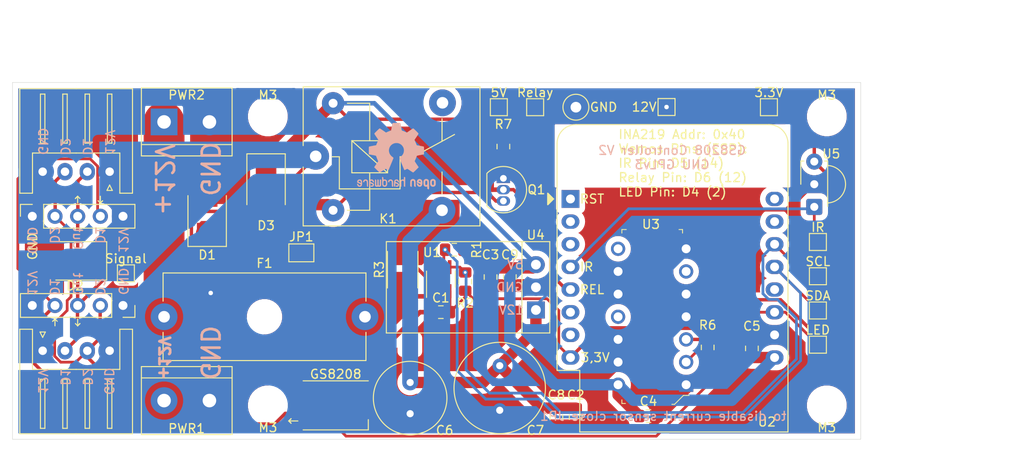
<source format=kicad_pcb>
(kicad_pcb (version 20221018) (generator pcbnew)
  (layers (0 "F.Cu" signal) (31 "B.Cu" signal) (34 "B.Paste" user) (35 "F.Paste" user) (36 "B.SilkS" user "B.Silkscreen") (37 "F.SilkS" user "F.Silkscreen") (38 "B.Mask" user) (39 "F.Mask" user) (44 "Edge.Cuts" user))
  (net 0 "")
  (net 1 "GND")
  (net 2 "+3V3")
  (net 3 "+12V")
  (net 4 "+5V")
  (net 5 "/CurrentSensor/VIN+")
  (net 6 "/LED_Power")
  (net 7 "Net-(D3-Pad2)")
  (net 8 "/Test_LED")
  (net 9 "/Signal_Output")
  (net 10 "Net-(F1-Pad2)")
  (net 11 "/Relay")
  (net 12 "/SDA")
  (net 13 "/SCL")
  (net 14 "Net-(R6-Pad2)")
  (net 15 "/IR_Signal")
  (net 16 "/LED_Signal")
  (net 17 "/LED_Head")
  (net 18 "Net-(GS8208-Pad2)")
  (net 19 "Net-(K1-Pad4)")
  (net 20 "Net-(U2-Pad16)")
  (net 21 "Net-(U2-Pad15)")
  (net 22 "Net-(U2-Pad12)")
  (net 23 "Net-(U2-Pad7)")
  (net 24 "Net-(U2-Pad6)")
  (net 25 "Net-(U2-Pad3)")
  (net 26 "Net-(U2-Pad1)")
  (net 27 "Net-(U2-Pad2)")
  (net 28 "Net-(U3-Pad11)")
  (net 29 "Net-(U3-Pad8)")
  (net 30 "Net-(U3-Pad6)")
  (footprint "Diode_SMD:D_SMB" (layer "F.Cu") (at 66.802 84.836 90)
    (fp_text reference "D1")
    (fp_text value "SS24")
  )
  (footprint "Diode_SMD:D_SMB" (layer "F.Cu") (at 52 90 180)
    (fp_text reference "D2")
    (fp_text value "SS24")
  )
  (footprint "Fuse:Fuseholder_Cylinder-5x20mm_Schurter_0031_8201_Horizontal_Open" (layer "F.Cu") (at 84.476 96.266 180)
    (fp_text reference "F1")
    (fp_text value "Fuse")
  )
  (footprint "Connector_JST:JST_XH_S4B-XH-A_1x04_P2.50mm_Horizontal" (layer "F.Cu") (at 48.38 100.076)
    (fp_text reference "LED_Conn1" hide)
    (fp_text value "Conn_01x04")
  )
  (footprint "TerminalBlock:TerminalBlock_bornier-2_P5.08mm" (layer "F.Cu") (at 67.056 105.664 180)
    (fp_text reference "PWR1")
    (fp_text value "Conn_01x02")
  )
  (footprint "TerminalBlock:TerminalBlock_bornier-2_P5.08mm" (layer "F.Cu") (at 61.976 74.422)
    (fp_text reference "PWR2")
    (fp_text value "Conn_01x02")
  )
  (footprint "TestPoint:TestPoint_Pad_1.5x1.5mm" (layer "F.Cu") (at 57.7 91.4)
    (fp_text reference "Signal1" hide)
    (fp_text value "Out_Sig")
  )
  (footprint "Connector_PinSocket_2.54mm:PinSocket_1x05_P2.54mm_Vertical" (layer "F.Cu") (at 47.22 85 90)
    (fp_text reference "J1" hide)
    (fp_text value "LED_Head1")
  )
  (footprint "Connector_PinSocket_2.54mm:PinSocket_1x05_P2.54mm_Vertical" (layer "F.Cu") (at 57.38 95 -90)
    (fp_text reference "J2" hide)
    (fp_text value "LED_Head2")
  )
  (footprint "MountingHole:MountingHole_3.2mm_M3" (layer "F.Cu") (at 73.6 106.2)
    (fp_text reference "REF**" hide)
    (fp_text value "MountingHole_3.2mm_M3" hide)
  )
  (footprint "MountingHole:MountingHole_3.2mm_M3" (layer "F.Cu") (at 73.6 73.8)
    (fp_text reference "REF**" hide)
    (fp_text value "MountingHole_3.2mm_M3" hide)
  )
  (footprint "DD4012S:DD4012S" (layer "F.Cu") (at 105.171 93.004 90)
    (fp_text reference "U4")
    (fp_text value "DD4012SB_5V")
  )
  (footprint "Module:WEMOS_D1_mini_light" (layer "F.Cu") (at 107.49 83.058)
    (fp_text reference "U2")
    (fp_text value "WeMos_D1_mini")
  )
  (footprint "Package_TO_SOT_SMD:SOT-23-8_Handsoldering" (layer "F.Cu") (at 92.98 92.05 90)
    (fp_text reference "U1")
    (fp_text value "INA219AxD")
  )
  (footprint "digikey-footprints:DIP-14_W3mm" (layer "F.Cu") (at 120.444 103.886 180)
    (fp_text reference "U3")
    (fp_text value "SN74AHCT125N")
  )
  (footprint "TestPoint:TestPoint_Pad_1.5x1.5mm" (layer "F.Cu") (at 99.468 72.771)
    (fp_text reference "5V1" hide)
    (fp_text value "+5V")
  )
  (footprint "Resistor_SMD:R_2512_6332Metric_Pad1.52x3.35mm_HandSolder" (layer "F.Cu") (at 88.7 90.9875 90)
    (fp_text reference "R3")
    (fp_text value "0.1R")
  )
  (footprint "Resistor_SMD:R_0805_2012Metric_Pad1.15x1.40mm_HandSolder" (layer "F.Cu") (at 99.976 77.183 -90)
    (fp_text reference "R7")
    (fp_text value "10k")
  )
  (footprint "Package_TO_SOT_THT:TO-92_Inline" (layer "F.Cu") (at 99.976 80.748 -90)
    (fp_text reference "Q1")
    (fp_text value "2N7000")
  )
  (footprint "Resistor_SMD:R_0805_2012Metric_Pad1.15x1.40mm_HandSolder" (layer "F.Cu") (at 122.857 99.704 90)
    (fp_text reference "R6")
    (fp_text value "62R")
  )
  (footprint "TestPoint:TestPoint_Pad_1.5x1.5mm" (layer "F.Cu") (at 129.715 72.771)
    (fp_text reference "3.3V1" hide)
    (fp_text value "+3.3V")
  )
  (footprint "TestPoint:TestPoint_Pad_1.5x1.5mm" (layer "F.Cu") (at 118.25 72.75)
    (fp_text reference "12V1" hide)
    (fp_text value "+12V")
  )
  (footprint "Resistor_SMD:R_0805_2012Metric_Pad1.15x1.40mm_HandSolder" (layer "F.Cu") (at 95.7 92.325 90)
    (fp_text reference "R2")
    (fp_text value "10k")
  )
  (footprint "MountingHole:MountingHole_3.2mm_M3" (layer "F.Cu") (at 136.2 106.2)
    (fp_text reference "REF**" hide)
    (fp_text value "MountingHole_3.2mm_M3" hide)
  )
  (footprint "TestPoint:TestPoint_Pad_1.5x1.5mm" (layer "F.Cu") (at 135.2 91.722666)
    (fp_text reference "SCL1" hide)
    (fp_text value "SCL")
  )
  (footprint "TestPoint:TestPoint_Pad_1.5x1.5mm" (layer "F.Cu") (at 103.534 72.771)
    (fp_text reference "Relay1" hide)
    (fp_text value "Relay")
  )
  (footprint "Diode_SMD:D_SMB" (layer "F.Cu") (at 73.4 81.55 -90)
    (fp_text reference "D3")
    (fp_text value "SS24")
  )
  (footprint "TestPoint:TestPoint_THTPad_D2.5mm_Drill1.2mm" (layer "F.Cu") (at 108.1 72.771)
    (fp_text reference "GND1" hide)
    (fp_text value "GND")
  )
  (footprint "TestPoint:TestPoint_Pad_1.5x1.5mm" (layer "F.Cu") (at 135.2 99.4)
    (fp_text reference "LED1" hide)
    (fp_text value "LED_Sig")
  )
  (footprint "TestPoint:TestPoint_Pad_1.5x1.5mm" (layer "F.Cu") (at 135.2 87.884)
    (fp_text reference "IR1" hide)
    (fp_text value "IR")
  )
  (footprint "Capacitor_SMD:C_0805_2012Metric_Pad1.15x1.40mm_HandSolder" (layer "F.Cu") (at 92.975 95.75 180)
    (fp_text reference "C1")
    (fp_text value "100n")
  )
  (footprint "Jumper:SolderJumper-2_P1.3mm_Open_Pad1.0x1.5mm" (layer "F.Cu") (at 77.35 89.1)
    (fp_text reference "JP1")
    (fp_text value "CB")
  )
  (footprint "GS8208:GS8208" (layer "F.Cu") (at 81.2 106.2)
    (fp_text reference "GS8208")
    (fp_text value "GS8208")
  )
  (footprint "Capacitor_SMD:C_0805_2012Metric_Pad1.15x1.40mm_HandSolder" (layer "F.Cu") (at 108.074 107.533 -90)
    (fp_text reference "C2")
    (fp_text value "100n")
  )
  (footprint "Capacitor_SMD:C_0805_2012Metric_Pad1.15x1.40mm_HandSolder" (layer "F.Cu") (at 98.541 91.812 -90)
    (fp_text reference "C3")
    (fp_text value "100n")
  )
  (footprint "Capacitor_SMD:C_0805_2012Metric_Pad1.15x1.40mm_HandSolder" (layer "F.Cu") (at 127.81 99.813 90)
    (fp_text reference "C5")
    (fp_text value "100n")
  )
  (footprint "Capacitor_SMD:C_0805_2012Metric_Pad1.15x1.40mm_HandSolder" (layer "F.Cu") (at 105.915 107.533 -90)
    (fp_text reference "C8")
    (fp_text value "1u")
  )
  (footprint "Relay_THT:Relay_SPDT_SANYOU_SRD_Series_Form_C" (layer "F.Cu") (at 78.956 78.278)
    (fp_text reference "K1")
    (fp_text value "SRD-05VDC-SL-C")
  )
  (footprint "Capacitor_SMD:C_0805_2012Metric_Pad1.15x1.40mm_HandSolder" (layer "F.Cu") (at 116.225 107.4)
    (fp_text reference "C4")
    (fp_text value "100n")
  )
  (footprint "Capacitor_SMD:C_0805_2012Metric_Pad1.15x1.40mm_HandSolder" (layer "F.Cu") (at 100.7 91.812 -90)
    (fp_text reference "C9")
    (fp_text value "1u")
  )
  (footprint "MountingHole:MountingHole_3.2mm_M3" (layer "F.Cu") (at 136.2 73.8)
    (fp_text reference "REF**" hide)
    (fp_text value "MountingHole_3.2mm_M3" hide)
  )
  (footprint "Capacitor_THT:C_Radial_D8.0mm_H11.5mm_P3.50mm" (layer "F.Cu") (at 89.535 103.634 -90)
    (fp_text reference "C6")
    (fp_text value "270u")
  )
  (footprint "Capacitor_THT:C_Radial_D10.0mm_H20.0mm_P5.00mm" (layer "F.Cu") (at 99.568 101.753 -90)
    (fp_text reference "C7")
    (fp_text value "1500u")
  )
  (footprint "Resistor_SMD:R_0805_2012Metric_Pad1.15x1.40mm_HandSolder" (layer "F.Cu") (at 94.475 88.75 180)
    (fp_text reference "R1")
    (fp_text value "10k")
  )
  (footprint "TestPoint:TestPoint_Pad_1.5x1.5mm" (layer "F.Cu") (at 135.2 95.561332)
    (fp_text reference "SDA1" hide)
    (fp_text value "SDA")
  )
  (footprint "Connector_JST:JST_XH_S4B-XH-A_1x04_P2.50mm_Horizontal" (layer "F.Cu") (at 55.88 80 180)
    (fp_text reference "LED_Conn2" hide)
    (fp_text value "Conn_01x04")
  )
  (footprint "OptoDevice:Vishay_MINICAST-3Pin" (layer "F.Cu") (at 134.795 83.947 90)
    (fp_text reference "U5")
    (fp_text value "TSOP382xx")
  )
  (footprint "Symbol:OSHW-Logo2_9.8x8mm_SilkScreen" (layer "B.Cu") (at 88 78.25 180)
    (fp_text reference "REF**" hide)
    (fp_text value "OSHW-Logo2_9.8x8mm_SilkScreen" hide)
  )
  (gr_line (start 76.2 107.696) (end 75.946 107.95) (stroke (width 0.12)) (layer "F.SilkS"))
  (gr_line (start 76.2 108.204) (end 75.946 107.95) (stroke (width 0.12)) (layer "F.SilkS"))
  (gr_line (start 75.946 107.95) (end 76.2 108.204) (stroke (width 0.12)) (layer "F.SilkS"))
  (gr_line (start 52.5526 97.028) (end 52.2986 97.282) (stroke (width 0.12)) (layer "F.SilkS"))
  (gr_line (start 52.0446 97.028) (end 52.2986 97.282) (stroke (width 0.12)) (layer "F.SilkS"))
  (gr_line (start 49.504601 96.774) (end 49.7586 96.52) (stroke (width 0.12)) (layer "F.SilkS"))
  (gr_line (start 50.0126 96.773999) (end 49.7586 96.52) (stroke (width 0.12)) (layer "F.SilkS"))
  (gr_line (start 49.7586 97.282) (end 49.7586 96.52) (stroke (width 0.12)) (layer "F.SilkS"))
  (gr_line (start 49.7586 96.52) (end 49.504601 96.774) (stroke (width 0.12)) (layer "F.SilkS"))
  (gr_line (start 55.0926 83.2612) (end 54.8386 83.5152) (stroke (width 0.12)) (layer "F.SilkS"))
  (gr_line (start 54.5846 83.2612) (end 54.8386 83.5152) (stroke (width 0.12)) (layer "F.SilkS"))
  (gr_line (start 54.8386 82.7532) (end 54.8386 83.5152) (stroke (width 0.12)) (layer "F.SilkS"))
  (gr_line (start 54.8386 83.5152) (end 55.0926 83.2612) (stroke (width 0.12)) (layer "F.SilkS"))
  (gr_line (start 52.2986 82.7532) (end 52.044601 83.0072) (stroke (width 0.12)) (layer "F.SilkS"))
  (gr_line (start 52.044601 83.0072) (end 52.2986 82.7532) (stroke (width 0.12)) (layer "F.SilkS"))
  (gr_line (start 52.5526 83.007199) (end 52.2986 82.7532) (stroke (width 0.12)) (layer "F.SilkS"))
  (gr_line (start 52.2986 83.5152) (end 52.2986 82.7532) (stroke (width 0.12)) (layer "F.SilkS"))
  (gr_line (start 76.962 107.95) (end 75.946 107.95) (stroke (width 0.12)) (layer "F.SilkS"))
  (gr_line (start 52.2986 97.282) (end 52.5526 97.028) (stroke (width 0.12)) (layer "F.SilkS"))
  (gr_line (start 75.946 107.95) (end 76.2 107.696) (stroke (width 0.12)) (layer "F.SilkS"))
  (gr_line (start 52.2986 96.52) (end 52.2986 97.282) (stroke (width 0.12)) (layer "F.SilkS"))
  (gr_line (start 140 110) (end 45 110) (stroke (width 0.05)) (layer "Edge.Cuts"))
  (gr_line (start 140 70) (end 140 110) (stroke (width 0.05)) (layer "Edge.Cuts"))
  (gr_line (start 45 70) (end 140 70) (stroke (width 0.05)) (layer "Edge.Cuts"))
  (gr_line (start 45 70) (end 45 110) (stroke (width 0.05)) (layer "Edge.Cuts"))
  (gr_text "12V" (at 57.4 87.7 -90) (layer "B.SilkS") (effects (font (size 1 1)) (justify mirror)))
  (gr_text "GND" (at 48.4 76.6 270) (layer "B.SilkS") (effects (font (size 1 1)) (justify mirror)))
  (gr_text "12V" (at 48.4 103.5 -90) (layer "B.SilkS") (effects (font (size 1 1)) (justify mirror)))
  (gr_text "GND" (at 67.1 100.3 -90) (layer "B.SilkS") (effects (font (size 2 2) (thickness 0.3)) (justify mirror)))
  (gr_text "D1" (at 53.4 77.2 270) (layer "B.SilkS") (effects (font (size 1 1)) (justify mirror)))
  (gr_text "D2" (at 50.9 77.2 270) (layer "B.SilkS") (effects (font (size 1 1)) (justify mirror)))
  (gr_text "Out" (at 52.3 92.6 -90) (layer "B.SilkS") (effects (font (size 1 1)) (justify mirror)))
  (gr_text "D1" (at 49.7 92.9 -90) (layer "B.SilkS") (effects (font (size 1 1)) (justify mirror)))
  (gr_text "12V" (at 47.2 92.5 270) (layer "B.SilkS") (effects (font (size 1 1)) (justify mirror)))
  (gr_text "+12V" (at 62 100.9 -90) (layer "B.SilkS") (effects (font (size 1.2 1.2) (thickness 0.3)) (justify mirror)))
  (gr_text "12V" (at 55.9 76.7 -90) (layer "B.SilkS") (effects (font (size 1 1)) (justify mirror)))
  (gr_text "GND" (at 57.4 92.3 -90) (layer "B.SilkS") (effects (font (size 1 1)) (justify mirror)))
  (gr_text "12V" (at 100.8634 95.504) (layer "B.SilkS") (effects (font (size 1 1)) (justify mirror)))
  (gr_text "GND" (at 47.2 87.7 270) (layer "B.SilkS") (effects (font (size 1 1)) (justify mirror)))
  (gr_text "D2" (at 49.7 87.1 -90) (layer "B.SilkS") (effects (font (size 1 1)) (justify mirror)))
  (gr_text "D2" (at 53.4 103 -90) (layer "B.SilkS") (effects (font (size 1 1)) (justify mirror)))
  (gr_text "GND" (at 100.711 92.964) (layer "B.SilkS") (effects (font (size 1 1)) (justify mirror)))
  (gr_text "D1" (at 50.9 103 -90) (layer "B.SilkS") (effects (font (size 1 1)) (justify mirror)))
  (gr_text "D1" (at 54.8 87.1 270) (layer "B.SilkS") (effects (font (size 1 1)) (justify mirror)))
  (gr_text "+12V" (at 62 80.9 -90) (layer "B.SilkS") (effects (font (size 2 2) (thickness 0.3)) (justify mirror)))
  (gr_text "5V" (at 101.3206 90.424) (layer "B.SilkS") (effects (font (size 1 1)) (justify mirror)))
  (gr_text "GS8208 Controller V2\nGNU GPLv3" (at 118.872 78.4098) (layer "B.SilkS") (effects (font (size 1 1)) (justify mirror)))
  (gr_text "Out" (at 52.3 87.5 270) (layer "B.SilkS") (effects (font (size 1 1)) (justify mirror)))
  (gr_text "GND" (at 55.8 103.5 -90) (layer "B.SilkS") (effects (font (size 1 1)) (justify mirror)))
  (gr_text "GND" (at 67.1 79.7 -90) (layer "B.SilkS") (effects (font (size 2 2) (thickness 0.3)) (justify mirror)))
  (gr_text "D2" (at 54.8 92.9 -90) (layer "B.SilkS") (effects (font (size 1 1)) (justify mirror)))
  (gr_text "to disable current sensor close JP1" (at 117.8814 107.4166) (layer "B.SilkS") (effects (font (size 1 1)) (justify mirror)))
  (gr_text "M3" (at 136.1948 71.4248) (layer "F.SilkS") (effects (font (size 1 1))))
  (gr_text "M3" (at 73.6092 71.4248) (layer "F.SilkS") (effects (font (size 1 1))))
  (gr_text "M3" (at 73.6092 108.6866) (layer "F.SilkS") (effects (font (size 1 1))))
  (gr_text "IR" (at 109.2962 90.678) (layer "F.SilkS") (effects (font (size 1 1))))
  (gr_text "M3" (at 136.1948 108.6866) (layer "F.SilkS") (effects (font (size 1 1))))
  (gr_text "GND" (at 47.25 86.75 90) (layer "F.SilkS") (effects (font (size 1 1)) (justify right)))
  (gr_text "REL" (at 109.9058 93.218) (layer "F.SilkS") (effects (font (size 1 1))))
  (gr_text "INA219 Addr: 0x40\nWemos Pins (ESP):\nIR Pin: D5 (14)\nRelay Pin: D6 (12)\nLED Pin: D4 (2)" (at 112.776 79.0448) (layer "F.SilkS") (effects (font (size 1 1)) (justify left)))
  (gr_text "RST" (at 109.9058 83.058) (layer "F.SilkS") (effects (font (size 1 1))))
  (gr_text "3,3V" (at 110.2614 100.838) (layer "F.SilkS") (effects (font (size 1 1))))
  (segment (start 130.35 98.298) (end 128.3 98.298) (width 1.27) (layer "F.Cu") (net 1))
  (segment (start 128.3 98.298) (end 127.81 98.788) (width 1.27) (layer "F.Cu") (net 1))
  (segment (start 127.792 98.806) (end 127.81 98.788) (width 1.27) (layer "F.Cu") (net 1))
  (segment (start 100.7 92.837) (end 103.494 92.837) (width 1.27) (layer "F.Cu") (net 1))
  (segment (start 98.541 92.837) (end 100.7 92.837) (width 1.27) (layer "F.Cu") (net 1))
  (segment (start 99.976 78.208) (end 99.976 80.748) (width 0.508) (layer "F.Cu") (net 1))
  (segment (start 103.494 92.837) (end 103.621 92.964) (width 1.27) (layer "F.Cu") (net 1))
  (segment (start 120.444 88.646) (end 124.77479 84.31521) (width 0.3048) (layer "F.Cu") (net 1))
  (segment (start 131.88679 84.31521) (end 134.795 81.407) (width 0.3048) (layer "F.Cu") (net 1))
  (segment (start 124.77479 84.31521) (end 131.88679 84.31521) (width 0.3048) (layer "F.Cu") (net 1))
  (segment (start 89.535 107.134) (end 99.187 107.134) (width 1.27) (layer "F.Cu") (net 1))
  (segment (start 99.187 107.134) (end 99.568 106.753) (width 1.27) (layer "F.Cu") (net 1))
  (segment (start 91.95 95.75) (end 93.31 94.39) (width 0.254) (layer "F.Cu") (net 1))
  (segment (start 86.3 106.758) (end 86.3 105.642) (width 0.508) (layer "F.Cu") (net 1))
  (segment (start 83.7 104.45) (end 82.641199 103.391199) (width 0.508) (layer "F.Cu") (net 1))
  (segment (start 86.3 105.642) (end 85.108 104.45) (width 0.508) (layer "F.Cu") (net 1))
  (segment (start 47.24 87.39) (end 49.85 90) (width 1.27) (layer "F.Cu") (net 1))
  (segment (start 92 90.7) (end 92.65 90.7) (width 0.3048) (layer "F.Cu") (net 1))
  (segment (start 93.31 94.39) (end 93.31 93.4) (width 0.254) (layer "F.Cu") (net 1))
  (segment (start 47.24 85) (end 47.24 87.39) (width 1.27) (layer "F.Cu") (net 1))
  (segment (start 100.676 78.208) (end 100.684 78.2) (width 0.381) (layer "F.Cu") (net 1))
  (segment (start 90.644158 95.75) (end 91.95 95.75) (width 0.508) (layer "F.Cu") (net 1))
  (segment (start 83.7 107.95) (end 85.108 107.95) (width 0.508) (layer "F.Cu") (net 1))
  (segment (start 106.729 72.771) (end 108.1 72.771) (width 0.381) (layer "F.Cu") (net 1))
  (segment (start 83.7 107.95) (end 88.719 107.95) (width 0.508) (layer "F.Cu") (net 1))
  (segment (start 111.084199 106.247801) (end 111.084199 103.085801) (width 1.27) (layer "F.Cu") (net 1))
  (segment (start 111.084199 103.085801) (end 112.824 101.346) (width 1.27) (layer "F.Cu") (net 1))
  (segment (start 117.25 107.4) (end 117.25 107.08) (width 1.27) (layer "F.Cu") (net 1))
  (segment (start 76.991199 103.391199) (end 67.2 93.6) (width 0.508) (layer "F.Cu") (net 1))
  (segment (start 105.915 108.558) (end 108.074 108.558) (width 1.27) (layer "F.Cu") (net 1))
  (segment (start 92.65 91.734198) (end 93.31 92.394198) (width 0.1524) (layer "F.Cu") (net 1))
  (segment (start 67.056 82.432) (end 66.802 82.686) (width 2.54) (layer "F.Cu") (net 1))
  (segment (start 85.108 107.95) (end 86.3 106.758) (width 0.508) (layer "F.Cu") (net 1))
  (segment (start 67.056 74.422) (end 67.056 82.432) (width 2.54) (layer "F.Cu") (net 1))
  (segment (start 108.074 108.558) (end 108.774 108.558) (width 1.27) (layer "F.Cu") (net 1))
  (segment (start 82.641199 103.391199) (end 76.991199 103.391199) (width 0.508) (layer "F.Cu") (net 1))
  (segment (start 100.684 78.2) (end 101.3 78.2) (width 0.381) (layer "F.Cu") (net 1))
  (segment (start 108.774 108.558) (end 111.084199 106.247801) (width 1.27) (layer "F.Cu") (net 1))
  (segment (start 83.7 104.45) (end 83.7 102.694158) (width 0.508) (layer "F.Cu") (net 1))
  (segment (start 99.568 106.753) (end 101.373 108.558) (width 1.27) (layer "F.Cu") (net 1))
  (segment (start 85.108 104.45) (end 83.7 104.45) (width 0.508) (layer "F.Cu") (net 1))
  (segment (start 101.373 108.558) (end 105.915 108.558) (width 1.27) (layer "F.Cu") (net 1))
  (segment (start 93.31 92.394198) (end 93.31 93.4) (width 0.1524) (layer "F.Cu") (net 1))
  (segment (start 92.65 90.7) (end 92.65 91.734198) (width 0.1524) (layer "F.Cu") (net 1))
  (segment (start 99.976 78.208) (end 100.676 78.208) (width 0.381) (layer "F.Cu") (net 1))
  (segment (start 101.3 78.2) (end 106.729 72.771) (width 0.381) (layer "F.Cu") (net 1))
  (segment (start 83.7 102.694158) (end 90.644158 95.75) (width 0.508) (layer "F.Cu") (net 1))
  (segment (start 88.719 107.95) (end 89.535 107.134) (width 0.508) (layer "F.Cu") (net 1))
  (segment (start 117.25 107.08) (end 120.444 103.886) (width 1.27) (layer "F.Cu") (net 1))
  (via (at 67.2 93.6) (size 1) (drill 0.5) (layers "F.Cu" "B.Cu") (net 1))
  (segment (start 80.431905 75.203199) (end 82.030801 76.802095) (width 2.54) (layer "B.Cu") (net 1))
  (segment (start 82.030801 76.802095) (end 82.030801 79.753905) (width 2.54) (layer "B.Cu") (net 1))
  (segment (start 80.281507 81.503199) (end 79.550095 81.503199) (width 2.54) (layer "B.Cu") (net 1))
  (segment (start 82.030801 79.753905) (end 80.281507 81.503199) (width 2.54) (layer "B.Cu") (net 1))
  (segment (start 57.36 98.596) (end 57.36 95) (width 2.54) (layer "B.Cu") (net 1))
  (segment (start 112.824 98.806) (end 112.824 101.346) (width 1.27) (layer "B.Cu") (net 1))
  (segment (start 70.217801 71.260199) (end 76.488905 71.260199) (width 1.27) (layer "B.Cu") (net 1))
  (segment (start 55.88 100.076) (end 61.468 100.076) (width 1.778) (layer "B.Cu") (net 1))
  (segment (start 67.056 86.997294) (end 67.056 91.956) (width 2.54) (layer "B.Cu") (net 1))
  (segment (start 67.056 91.956) (end 67.056 105.664) (width 2.54) (layer "B.Cu") (net 1))
  (segment (start 48.38 80) (end 48.38 77.247) (width 1.778) (layer "B.Cu") (net 1))
  (segment (start 48.38 77.247) (end 53.898801 71.728199) (width 1.778) (layer "B.Cu") (net 1))
  (segment (start 72.550095 81.503199) (end 80.281507 81.503199) (width 2.54) (layer "B.Cu") (net 1))
  (segment (start 112.824 93.726) (end 112.824 91.186) (width 1.27) (layer "B.Cu") (net 1))
  (segment (start 115.046 101.346) (end 117.586 103.886) (width 1.27) (layer "B.Cu") (net 1))
  (segment (start 112.824 91.186) (end 117.904 91.186) (width 1.27) (layer "B.Cu") (net 1))
  (segment (start 72.550095 81.503199) (end 67.056 86.997294) (width 2.54) (layer "B.Cu") (net 1))
  (segment (start 120.444 96.266) (end 120.444 93.726) (width 1.27) (layer "B.Cu") (net 1))
  (segment (start 55.88 100.076) (end 57.36 98.596) (width 2.54) (layer "B.Cu") (net 1))
  (segment (start 117.904 98.806) (end 120.444 96.266) (width 1.27) (layer "B.Cu") (net 1))
  (segment (start 130.35 98.298) (end 122.476 98.298) (width 1.27) (layer "B.Cu") (net 1))
  (segment (start 61.468 100.076) (end 67.056 105.664) (width 1.778) (layer "B.Cu") (net 1))
  (segment (start 67.2 92.1) (end 67.056 91.956) (width 0.508) (layer "B.Cu") (net 1))
  (segment (start 112.824 98.806) (end 117.904 98.806) (width 1.27) (layer "B.Cu") (net 1))
  (segment (start 112.824 101.346) (end 115.046 101.346) (width 1.27) (layer "B.Cu") (net 1))
  (segment (start 122.476 98.298) (end 120.444 96.266) (width 1.27) (layer "B.Cu") (net 1))
  (segment (start 117.586 103.886) (end 120.444 103.886) (width 1.27) (layer "B.Cu") (net 1))
  (segment (start 53.898801 71.728199) (end 64.362199 71.728199) (width 1.778) (layer "B.Cu") (net 1))
  (segment (start 64.362199 71.728199) (end 67.056 74.422) (width 1.778) (layer "B.Cu") (net 1))
  (segment (start 76.488905 71.260199) (end 80.431905 75.203199) (width 1.27) (layer "B.Cu") (net 1))
  (segment (start 67.056 74.422) (end 70.217801 71.260199) (width 1.27) (layer "B.Cu") (net 1))
  (segment (start 117.904 91.186) (end 120.444 88.646) (width 1.27) (layer "B.Cu") (net 1))
  (segment (start 67.2 93.6) (end 67.2 92.1) (width 0.508) (layer "B.Cu") (net 1))
  (segment (start 47.24 81.14) (end 47.24 85) (width 2.54) (layer "B.Cu") (net 1))
  (segment (start 48.38 80) (end 47.24 81.14) (width 2.54) (layer "B.Cu") (net 1))
  (segment (start 120.444 93.726) (end 112.824 93.726) (width 1.27) (layer "B.Cu") (net 1))
  (segment (start 95.7 94.05) (end 94 95.75) (width 0.3048) (layer "F.Cu") (net 2))
  (segment (start 137.081 81.153) (end 137.081 95.797554) (width 0.381) (layer "F.Cu") (net 2))
  (segment (start 119.771653 97.510699) (end 110.817301 97.510699) (width 0.381) (layer "F.Cu") (net 2))
  (segment (start 131.023408 94.36091) (end 128.034238 94.36091) (width 0.381) (layer "F.Cu") (net 2))
  (segment (start 134.795 78.867) (end 137.081 81.153) (width 0.381) (layer "F.Cu") (net 2))
  (segment (start 95.5 88.75) (end 97.38379 90.63379) (width 0.3048) (layer "F.Cu") (net 2))
  (segment (start 97.38379 90.63379) (end 97.38379 93.454938) (width 0.3048) (layer "F.Cu") (net 2))
  (segment (start 129.715 72.771) (end 130.846 72.771) (width 0.381) (layer "F.Cu") (net 2))
  (segment (start 106.18519 95.567048) (end 106.18519 99.53319) (width 0.3048) (layer "F.Cu") (net 2))
  (segment (start 124.833847 97.561301) (end 119.822255 97.561301) (width 0.381) (layer "F.Cu") (net 2))
  (segment (start 98.175551 94.246699) (end 100.746699 94.246699) (width 0.3048) (layer "F.Cu") (net 2))
  (segment (start 137.081 95.797554) (end 135.478554 97.4) (width 0.381) (layer "F.Cu") (net 2))
  (segment (start 94 95.75) (end 94 93.44) (width 0.3048) (layer "F.Cu") (net 2))
  (segment (start 135.478554 97.4) (end 134.062498 97.4) (width 0.381) (layer "F.Cu") (net 2))
  (segment (start 98.175551 94.246699) (end 98.496699 94.246699) (width 0.3048) (layer "F.Cu") (net 2))
  (segment (start 134.795 76.72) (end 134.795 78.867) (width 0.381) (layer "F.Cu") (net 2))
  (segment (start 128.034238 94.36091) (end 124.833847 97.561301) (width 0.381) (layer "F.Cu") (net 2))
  (segment (start 94 93.44) (end 93.96 93.4) (width 0.3048) (layer "F.Cu") (net 2))
  (segment (start 100.746699 94.246699) (end 104.864841 94.246699) (width 0.3048) (layer "F.Cu") (net 2))
  (segment (start 104.864841 94.246699) (end 106.18519 95.567048) (width 0.3048) (layer "F.Cu") (net 2))
  (segment (start 95.7 93.35) (end 95.7 94.05) (width 0.3048) (layer "F.Cu") (net 2))
  (segment (start 98.496699 94.246699) (end 96.596699 94.246699) (width 0.3048) (layer "F.Cu") (net 2))
  (segment (start 106.18519 99.53319) (end 107.49 100.838) (width 0.3048) (layer "F.Cu") (net 2))
  (segment (start 98.496699 94.246699) (end 100.746699 94.246699) (width 0.3048) (layer "F.Cu") (net 2))
  (segment (start 97.38379 93.454938) (end 98.175551 94.246699) (width 0.3048) (layer "F.Cu") (net 2))
  (segment (start 130.846 72.771) (end 134.795 76.72) (width 0.381) (layer "F.Cu") (net 2))
  (segment (start 110.817301 97.510699) (end 107.49 100.838) (width 0.381) (layer "F.Cu") (net 2))
  (segment (start 96.596699 94.246699) (end 95.7 93.35) (width 0.3048) (layer "F.Cu") (net 2))
  (segment (start 119.822255 97.561301) (end 119.771653 97.510699) (width 0.381) (layer "F.Cu") (net 2))
  (segment (start 134.062498 97.4) (end 131.023408 94.36091) (width 0.381) (layer "F.Cu") (net 2))
  (segment (start 89.535 103.634) (end 97.687 103.634) (width 1.27) (layer "F.Cu") (net 3))
  (segment (start 97.687 103.634) (end 99.568 101.753) (width 1.27) (layer "F.Cu") (net 3))
  (segment (start 88.7 89.2) (end 88.7 88) (width 0.381) (layer "F.Cu") (net 3))
  (segment (start 92.65 93.4) (end 92.65 92.384198) (width 0.1524) (layer "F.Cu") (net 3))
  (segment (start 103.621 97.7) (end 99.568 101.753) (width 1.27) (layer "F.Cu") (net 3))
  (segment (start 103.621 95.504) (end 103.621 97.7) (width 1.27) (layer "F.Cu") (net 3))
  (segment (start 105.915 106.508) (end 108.074 106.508) (width 1.27) (layer "F.Cu") (net 3))
  (segment (start 105.915 106.508) (end 104.323 106.508) (width 1.27) (layer "F.Cu") (net 3))
  (segment (start 89.434 88) (end 93.106 84.328) (width 2.54) (layer "F.Cu") (net 3))
  (segment (start 88.7 88) (end 89.434 88) (width 2.54) (layer "F.Cu") (net 3))
  (segment (start 92.65 92.384198) (end 92.265802 92) (width 0.1524) (layer "F.Cu") (net 3))
  (segment (start 92.265802 92) (end 91.5 92) (width 0.1524) (layer "F.Cu") (net 3))
  (segment (start 91.5 92) (end 88.7 89.2) (width 0.381) (layer "F.Cu") (net 3))
  (segment (start 88.7 88) (end 87.6 89.1) (width 1.778) (layer "F.Cu") (net 3))
  (segment (start 87.6 89.1) (end 78.393801 89.1) (width 1.778) (layer "F.Cu") (net 3))
  (segment (start 104.323 106.508) (end 99.568 101.753) (width 1.27) (layer "F.Cu") (net 3))
  (via (at 118.25 72.75) (size 1.2) (drill 0.5) (layers "F.Cu" "B.Cu") (net 3))
  (segment (start 105.38179 72.962552) (end 107.280543 71.063799) (width 0.3048) (layer "B.Cu") (net 3))
  (segment (start 89.535 87.899) (end 93.106 84.328) (width 1.778) (layer "B.Cu") (net 3))
  (segment (start 116.563799 71.063799) (end 118.25 72.75) (width 0.3048) (layer "B.Cu") (net 3))
  (segment (start 103.621 95.504) (end 103.621 95.005131) (width 0.3048) (layer "B.Cu") (net 3))
  (segment (start 107.280543 71.063799) (end 116.563799 71.063799) (width 0.3048) (layer "B.Cu") (net 3))
  (segment (start 105.38179 93.244341) (end 105.38179 72.962552) (width 0.3048) (layer "B.Cu") (net 3))
  (segment (start 103.621 95.005131) (end 105.38179 93.244341) (width 0.3048) (layer "B.Cu") (net 3))
  (segment (start 89.535 103.634) (end 89.535 87.899) (width 1.778) (layer "B.Cu") (net 3))
  (segment (start 103.258 90.787) (end 103.621 90.424) (width 1.27) (layer "F.Cu") (net 4))
  (segment (start 98.541 90.787) (end 100.7 90.787) (width 1.27) (layer "F.Cu") (net 4))
  (segment (start 127.81 100.838) (end 130.35 100.838) (width 1.27) (layer "F.Cu") (net 4))
  (segment (start 100.7 90.787) (end 103.258 90.787) (width 1.27) (layer "F.Cu") (net 4))
  (segment (start 82.698901 74.120901) (end 98.118099 74.120901) (width 0.381) (layer "F.Cu") (net 4))
  (segment (start 80.906 72.328) (end 82.698901 74.120901) (width 0.381) (layer "F.Cu") (net 4))
  (segment (start 73.4 79.4) (end 73.834 79.4) (width 1.27) (layer "F.Cu") (net 4))
  (segment (start 112.824 105.024) (end 115.2 107.4) (width 1.27) (layer "F.Cu") (net 4))
  (segment (start 98.118099 74.120901) (end 99.468 72.771) (width 0.381) (layer "F.Cu") (net 4))
  (segment (start 112.824 103.886) (end 112.824 105.024) (width 1.27) (layer "F.Cu") (net 4))
  (segment (start 73.834 79.4) (end 80.906 72.328) (width 1.27) (layer "F.Cu") (net 4))
  (segment (start 102.176 90.424) (end 100.7 91.9) (width 1.27) (layer "B.Cu") (net 4))
  (segment (start 103.621 90.424) (end 102.176 90.424) (width 1.27) (layer "B.Cu") (net 4))
  (segment (start 100.7 98.8) (end 105.786 103.886) (width 1.27) (layer "B.Cu") (net 4))
  (segment (start 100.7 91.9) (end 100.7 98.8) (width 1.27) (layer "B.Cu") (net 4))
  (segment (start 105.786 103.886) (end 112.824 103.886) (width 1.27) (layer "B.Cu") (net 4))
  (segment (start 85.525 72.328) (end 80.906 72.328) (width 0.508) (layer "B.Cu") (net 4))
  (segment (start 103.621 90.424) (end 85.525 72.328) (width 0.508) (layer "B.Cu") (net 4))
  (segment (start 125.562199 105.625801) (end 130.35 100.838) (width 1.27) (layer "B.Cu") (net 4))
  (segment (start 112.824 103.886) (end 114.563801 105.625801) (width 1.27) (layer "B.Cu") (net 4))
  (segment (start 114.563801 105.625801) (end 125.562199 105.625801) (width 1.27) (layer "B.Cu") (net 4))
  (segment (start 74.586 86.986) (end 76.306199 88.706199) (width 1.778) (layer "F.Cu") (net 5))
  (segment (start 88.7 93.975) (end 86.767 93.975) (width 2.54) (layer "F.Cu") (net 5))
  (segment (start 86.767 93.975) (end 84.476 96.266) (width 2.54) (layer "F.Cu") (net 5))
  (segment (start 79.772 96.266) (end 79.866 96.266) (width 1.27) (layer "F.Cu") (net 5))
  (segment (start 70.492 86.986) (end 79.772 96.266) (width 2.54) (layer "F.Cu") (net 5))
  (segment (start 76.306199 88.706199) (end 76.306199 89.1) (width 1.778) (layer "F.Cu") (net 5))
  (segment (start 70.492 86.986) (end 74.586 86.986) (width 1.778) (layer "F.Cu") (net 5))
  (segment (start 79.866 96.266) (end 84.476 96.266) (width 2.54) (layer "F.Cu") (net 5))
  (segment (start 91.316199 93.975) (end 91.891199 93.4) (width 0.508) (layer "F.Cu") (net 5))
  (segment (start 88.7 93.975) (end 91.316199 93.975) (width 0.508) (layer "F.Cu") (net 5))
  (segment (start 66.802 86.986) (end 70.492 86.986) (width 2.54) (layer "F.Cu") (net 5))
  (segment (start 69.357149 84.451309) (end 72.663157 81.145301) (width 0.381) (layer "F.Cu") (net 6))
  (segment (start 65.03669 94.13669) (end 65.03669 85.459768) (width 0.381) (layer "F.Cu") (net 6))
  (segment (start 65.03669 85.459768) (end 66.045149 84.451309) (width 0.381) (layer "F.Cu") (net 6))
  (segment (start 57.4 85) (end 57.4 86.75) (width 1.27) (layer "F.Cu") (net 6))
  (segment (start 57.4 86.75) (end 54.15 90) (width 1.27) (layer "F.Cu") (net 6))
  (segment (start 66.045149 84.451309) (end 69.357149 84.451309) (width 0.381) (layer "F.Cu") (net 6))
  (segment (start 75.35 104.45) (end 65.03669 94.13669) (width 0.381) (layer "F.Cu") (net 6))
  (segment (start 72.663157 81.145301) (end 76.088699 81.145301) (width 0.381) (layer "F.Cu") (net 6))
  (segment (start 78.7 104.45) (end 75.35 104.45) (width 0.381) (layer "F.Cu") (net 6))
  (segment (start 76.088699 81.145301) (end 78.956 78.278) (width 0.381) (layer "F.Cu") (net 6))
  (segment (start 53.702081 89.9) (end 51.251294 89.9) (width 2.54) (layer "B.Cu") (net 6))
  (segment (start 57.602 78.278) (end 55.88 80) (width 2.54) (layer "B.Cu") (net 6))
  (segment (start 55.88 80) (end 57.4 81.52) (width 2.54) (layer "B.Cu") (net 6))
  (segment (start 47.2 98.896) (end 48.38 100.076) (width 2.54) (layer "B.Cu") (net 6))
  (segment (start 47.2 93.951294) (end 47.2 95) (width 2.54) (layer "B.Cu") (net 6))
  (segment (start 57.4 81.52) (end 57.4 85) (width 2.54) (layer "B.Cu") (net 6))
  (segment (start 57.4 85) (end 57.4 86.202081) (width 2.54) (layer "B.Cu") (net 6))
  (segment (start 57.4 86.202081) (end 53.702081 89.9) (width 2.54) (layer "B.Cu") (net 6))
  (segment (start 51.251294 89.9) (end 47.2 93.951294) (width 2.54) (layer "B.Cu") (net 6))
  (segment (start 47.2 95) (end 47.2 98.896) (width 2.54) (layer "B.Cu") (net 6))
  (segment (start 78.956 78.278) (end 57.602 78.278) (width 2.54) (layer "B.Cu") (net 6))
  (segment (start 98.188541 82.332699) (end 99.143842 83.288) (width 0.381) (layer "F.Cu") (net 7))
  (segment (start 80.278 83.7) (end 80.906 84.328) (width 1.27) (layer "F.Cu") (net 7))
  (segment (start 99.143842 83.288) (end 99.976 83.288) (width 0.381) (layer "F.Cu") (net 7))
  (segment (start 73.4 83.7) (end 80.278 83.7) (width 1.27) (layer "F.Cu") (net 7))
  (segment (start 82.901301 82.332699) (end 98.188541 82.332699) (width 0.381) (layer "F.Cu") (net 7))
  (segment (start 80.906 84.328) (end 82.901301 82.332699) (width 0.381) (layer "F.Cu") (net 7))
  (segment (start 60.88707 108.29291) (end 53.38 100.78584) (width 0.381) (layer "F.Cu") (net 8))
  (segment (start 51.125199 95.554305) (end 51.125199 94.445695) (width 0.3048) (layer "F.Cu") (net 8))
  (segment (start 49.72519 96.954314) (end 51.125199 95.554305) (width 0.3048) (layer "F.Cu") (net 8))
  (segment (start 49.78 85) (end 49.78 81.1) (width 0.381) (layer "F.Cu") (net 8))
  (segment (start 79.810123 107.107099) (end 75.542901 107.107099) (width 0.381) (layer "F.Cu") (net 8))
  (segment (start 53.38 100.78584) (end 53.38 100.076) (width 0.381) (layer "F.Cu") (net 8))
  (segment (start 52.10019 101.35581) (end 50.401663 101.35581) (width 0.3048) (layer "F.Cu") (net 8))
  (segment (start 75.542901 107.107099) (end 74.35709 108.29291) (width 0.381) (layer "F.Cu") (net 8))
  (segment (start 54.82 95) (end 54.82 98.636) (width 0.381) (layer "F.Cu") (net 8))
  (segment (start 54.82 98.636) (end 53.38 100.076) (width 0.381) (layer "F.Cu") (net 8))
  (segment (start 49.78 81.1) (end 50.88 80) (width 0.381) (layer "F.Cu") (net 8))
  (segment (start 53.38 100.076) (end 52.10019 101.35581) (width 0.3048) (layer "F.Cu") (net 8))
  (segment (start 117.102752 109.65021) (end 122.857 103.895962) (width 0.3048) (layer "F.Cu") (net 8))
  (segment (start 74.35709 108.29291) (end 60.88707 108.29291) (width 0.381) (layer "F.Cu") (net 8))
  (segment (start 51.557201 94.013693) (end 51.557201 86.777201) (width 0.3048) (layer "F.Cu") (net 8))
  (segment (start 83.7 106.2) (end 80.717222 106.2) (width 0.381) (layer "F.Cu") (net 8))
  (segment (start 79.810123 107.107099) (end 82.353234 109.65021) (width 0.3048) (layer "F.Cu") (net 8))
  (segment (start 51.125199 94.445695) (end 51.557201 94.013693) (width 0.3048) (layer "F.Cu") (net 8))
  (segment (start 82.353234 109.65021) (end 117.102752 109.65021) (width 0.3048) (layer "F.Cu") (net 8))
  (segment (start 122.857 103.895962) (end 122.857 100.729) (width 0.3048) (layer "F.Cu") (net 8))
  (segment (start 51.557201 86.777201) (end 49.78 85) (width 0.3048) (layer "F.Cu") (net 8))
  (segment (start 49.72519 100.679337) (end 49.72519 96.954314) (width 0.3048) (layer "F.Cu") (net 8))
  (segment (start 80.717222 106.2) (end 79.810123 107.107099) (width 0.381) (layer "F.Cu") (net 8))
  (segment (start 50.401663 101.35581) (end 49.72519 100.679337) (width 0.3048) (layer "F.Cu") (net 8))
  (segment (start 52.3 85) (end 52.3 95) (width 0.381) (layer "F.Cu") (net 9))
  (segment (start 51.054 100.25) (end 50.88 100.076) (width 0.381) (layer "F.Cu") (net 9))
  (segment (start 52.3 95) (end 55.9 91.4) (width 0.381) (layer "F.Cu") (net 9))
  (segment (start 52.32 85) (end 52.32 81.06) (width 0.381) (layer "F.Cu") (net 9))
  (segment (start 52.28 98.676) (end 50.88 100.076) (width 0.381) (layer "F.Cu") (net 9))
  (segment (start 55.9 91.4) (end 57.7 91.4) (width 0.381) (layer "F.Cu") (net 9))
  (segment (start 52.32 81.06) (end 53.38 80) (width 0.381) (layer "F.Cu") (net 9))
  (segment (start 52.28 95) (end 52.28 98.676) (width 0.381) (layer "F.Cu") (net 9))
  (segment (start 61.976 105.664) (end 61.976 96.266) (width 4.572) (layer "F.Cu") (net 10))
  (segment (start 61.976 96.266) (end 61.976 74.422) (width 4.572) (layer "F.Cu") (net 10))
  (segment (start 99.976 82.018) (end 98.718 82.018) (width 0.508) (layer "F.Cu") (net 11))
  (segment (start 98.667199 77.466801) (end 99.976 76.158) (width 0.508) (layer "F.Cu") (net 11))
  (segment (start 98.718 82.018) (end 98.667199 81.967199) (width 0.508) (layer "F.Cu") (net 11))
  (segment (start 98.667199 81.967199) (end 98.667199 77.466801) (width 0.508) (layer "F.Cu") (net 11))
  (segment (start 105.3 91.5) (end 107.018 93.218) (width 0.381) (layer "F.Cu") (net 11))
  (segment (start 100.147 76.158) (end 103.534 72.771) (width 0.381) (layer "F.Cu") (net 11))
  (segment (start 101.107 82.018) (end 105.3 86.211) (width 0.381) (layer "F.Cu") (net 11))
  (segment (start 99.976 76.158) (end 100.147 76.158) (width 0.381) (layer "F.Cu") (net 11))
  (segment (start 105.3 86.211) (end 105.3 91.5) (width 0.381) (layer "F.Cu") (net 11))
  (segment (start 99.976 82.018) (end 101.107 82.018) (width 0.381) (layer "F.Cu") (net 11))
  (segment (start 107.018 93.218) (end 107.49 93.218) (width 0.381) (layer "F.Cu") (net 11))
  (segment (start 135.2 95.528) (end 130.35 90.678) (width 0.3048) (layer "F.Cu") (net 12))
  (segment (start 93.31 88.89) (end 93.45 88.75) (width 0.3048) (layer "F.Cu") (net 12))
  (segment (start 93.31 90.7) (end 93.31 88.89) (width 0.3048) (layer "F.Cu") (net 12))
  (segment (start 135.2 95.561332) (end 135.2 95.528) (width 0.3048) (layer "F.Cu") (net 12))
  (via (at 93.45 88.75) (size 0.6096) (drill 0.3048) (layers "F.Cu" "B.Cu") (net 12))
  (segment (start 103.995799 105.495799) (end 97.995799 105.495799) (width 0.3048) (layer "B.Cu") (net 12))
  (segment (start 94.8 90.1) (end 93.45 88.75) (width 0.3048) (layer "B.Cu") (net 12))
  (segment (start 133.25721 93.58521) (end 133.25721 101.189382) (width 0.3048) (layer "B.Cu") (net 12))
  (segment (start 106 107.5) (end 103.995799 105.495799) (width 0.3048) (layer "B.Cu") (net 12))
  (segment (start 133.25721 101.189382) (end 126.946592 107.5) (width 0.3048) (layer "B.Cu") (net 12))
  (segment (start 97.995799 105.495799) (end 94.8 102.3) (width 0.3048) (layer "B.Cu") (net 12))
  (segment (start 126.946592 107.5) (end 106 107.5) (width 0.3048) (layer "B.Cu") (net 12))
  (segment (start 130.35 90.678) (end 133.25721 93.58521) (width 0.3048) (layer "B.Cu") (net 12))
  (segment (start 94.8 102.3) (end 94.8 90.1) (width 0.3048) (layer "B.Cu") (net 12))
  (segment (start 93.96 90.7) (end 95.1 90.7) (width 0.3048) (layer "F.Cu") (net 13))
  (segment (start 135.2 91.722666) (end 133.934666 91.722666) (width 0.3048) (layer "F.Cu") (net 13))
  (segment (start 133.934666 91.722666) (end 130.35 88.138) (width 0.3048) (layer "F.Cu") (net 13))
  (segment (start 95.1 90.7) (end 95.7 91.3) (width 0.3048) (layer "F.Cu") (net 13))
  (via (at 95.7 91.3) (size 0.6096) (drill 0.3048) (layers "F.Cu" "B.Cu") (net 13))
  (segment (start 129.692373 94.32281) (end 130.677247 94.32281) (width 0.3048) (layer "B.Cu") (net 13))
  (segment (start 130.677247 94.32281) (end 132.8 96.445563) (width 0.3048) (layer "B.Cu") (net 13))
  (segment (start 126.8 107) (end 106.4 107) (width 0.3048) (layer "B.Cu") (net 13))
  (segment (start 106.4 107) (end 104.225809 104.825809) (width 0.3048) (layer "B.Cu") (net 13))
  (segment (start 129.04519 89.44281) (end 129.04519 93.675627) (width 0.3048) (layer "B.Cu") (net 13))
  (segment (start 132.8 101) (end 126.8 107) (width 0.3048) (layer "B.Cu") (net 13))
  (segment (start 104.225809 104.825809) (end 98.425809 104.825809) (width 0.3048) (layer "B.Cu") (net 13))
  (segment (start 129.04519 93.675627) (end 129.692373 94.32281) (width 0.3048) (layer "B.Cu") (net 13))
  (segment (start 132.8 96.445563) (end 132.8 101) (width 0.3048) (layer "B.Cu") (net 13))
  (segment (start 130.35 88.138) (end 129.04519 89.44281) (width 0.3048) (layer "B.Cu") (net 13))
  (segment (start 95.8 91.4) (end 95.7 91.3) (width 0.3048) (layer "B.Cu") (net 13))
  (segment (start 98.425809 104.825809) (end 95.8 102.2) (width 0.3048) (layer "B.Cu") (net 13))
  (segment (start 95.8 102.2) (end 95.8 91.4) (width 0.3048) (layer "B.Cu") (net 13))
  (segment (start 122.73 98.806) (end 122.857 98.679) (width 0.381) (layer "F.Cu") (net 14))
  (segment (start 120.444 98.806) (end 122.73 98.806) (width 0.381) (layer "F.Cu") (net 14))
  (segment (start 134.795 87.479) (end 135.2 87.884) (width 0.3048) (layer "F.Cu") (net 15))
  (segment (start 134.795 83.947) (end 134.795 87.479) (width 0.3048) (layer "F.Cu") (net 15))
  (segment (start 134.57919 84.16281) (end 134.795 83.947) (width 0.3048) (layer "B.Cu") (net 15))
  (segment (start 107.49 90.678) (end 114.00519 84.16281) (width 0.3048) (layer "B.Cu") (net 15))
  (segment (start 114.00519 84.16281) (end 134.57919 84.16281) (width 0.3048) (layer "B.Cu") (net 15))
  (segment (start 130.35 95.758) (end 127.337622 95.758) (width 0.3048) (layer "F.Cu") (net 16))
  (segment (start 121.94081 99.84919) (end 120.444 101.346) (width 0.3048) (layer "F.Cu") (net 16))
  (segment (start 127.337622 95.758) (end 123.246432 99.84919) (width 0.3048) (layer "F.Cu") (net 16))
  (segment (start 123.246432 99.84919) (end 121.94081 99.84919) (width 0.3048) (layer "F.Cu") (net 16))
  (segment (start 131.558 95.758) (end 135.2 99.4) (width 0.3048) (layer "F.Cu") (net 16))
  (segment (start 130.35 95.758) (end 131.558 95.758) (width 0.3048) (layer "F.Cu") (net 16))
  (segment (start 54.53481 84.67481) (end 54.53481 79.396663) (width 0.3048) (layer "F.Cu") (net 17))
  (segment (start 47.03469 97.72531) (end 49.76 95) (width 0.381) (layer "F.Cu") (net 17))
  (segment (start 45.6 90.86) (end 49.74 95) (width 0.3048) (layer "F.Cu") (net 17))
  (segment (start 75.454354 107.95) (end 74.578035 108.82632) (width 0.381) (layer "F.Cu") (net 17))
  (segment (start 54.53481 79.396663) (end 53.705937 78.56779) (width 0.3048) (layer "F.Cu") (net 17))
  (segment (start 47.03469 101.10972) (end 47.03469 97.72531) (width 0.381) (layer "F.Cu") (net 17))
  (segment (start 53.705937 78.56779) (end 47.838536 78.56779) (width 0.3048) (layer "F.Cu") (net 17))
  (segment (start 74.578035 108.82632) (end 54.75129 108.82632) (width 0.381) (layer "F.Cu") (net 17))
  (segment (start 78.7 107.95) (end 75.454354 107.95) (width 0.381) (layer "F.Cu") (net 17))
  (segment (start 54.75129 108.82632) (end 47.03469 101.10972) (width 0.381) (layer "F.Cu") (net 17))
  (segment (start 54.86 85) (end 54.53481 84.67481) (width 0.3048) (layer "F.Cu") (net 17))
  (segment (start 45.6 80.806326) (end 45.6 90.86) (width 0.3048) (layer "F.Cu") (net 17))
  (segment (start 47.838536 78.56779) (end 45.6 80.806326) (width 0.3048) (layer "F.Cu") (net 17))
  (zone (net 3) (net_name "+12V") (layer "F.Cu") (priority 2) (connect_pads yes (clearance 0.508)) (min_thickness 0.254) (fill yes (thermal_gap 0.508) (thermal_bridge_width 0.508))
    (polygon (pts (xy 95.2 86.3) (xy 90.9 90.6) (xy 77.3 90.6) (xy 77.3 82.5) (xy 95.2 82.5)))
  )
  (zone (net 5) (net_name "/CurrentSensor/VIN+") (layer "F.Cu") (priority 1) (connect_pads yes (clearance 0.508)) (min_thickness 0.254) (fill yes (thermal_gap 0.508) (thermal_bridge_width 0.508))
    (polygon (pts (xy 77.3 90.6) (xy 90.5 90.6) (xy 90.5 96.4) (xy 87.4 99.5) (xy 65.2 99.5) (xy 65.2 85.4) (xy 77.3 85.4)))
  )
  (zone (net 1) (net_name "GND") (layer "F.Cu") (connect_pads yes (clearance 0.508)) (min_thickness 0.254) (fill yes (thermal_gap 0.508) (thermal_bridge_width 0.508))
    (polygon (pts (xy 140 110) (xy 45 110) (xy 45 70) (xy 140 70)))
  )
  (zone (net 0) (net_name "") (layers "F&B.Cu") (connect_pads (clearance 0)) (min_thickness 0.254)
    (keepout (tracks not_allowed) (vias not_allowed) (pads allowed) (copperpour not_allowed) (footprints allowed))
    (fill (thermal_gap 0.508) (thermal_bridge_width 0.508))
    (polygon (pts (xy 132.001 81.661) (xy 105.839 81.661) (xy 105.839 74.803) (xy 132.001 74.803)))
  )
  (zone (net 6) (net_name "/LED_Power") (layer "B.Cu") (priority 1) (connect_pads yes (clearance 0.508)) (min_thickness 0.254) (fill yes (thermal_gap 0.508) (thermal_bridge_width 0.508))
    (polygon (pts (xy 80.7 79.9) (xy 73.025 82.0674) (xy 64.3 86.8) (xy 58.7 92.4) (xy 50.8 92.4) (xy 50.8 101.6) (xy 45.1 101.6) (xy 45.1 88.7) (xy 54.6 88.7) (xy 54.6 76.5) (xy 80.7 76.5)))
  )
  (zone (net 1) (net_name "GND") (layer "B.Cu") (connect_pads yes (clearance 0.508)) (min_thickness 0.254) (fill yes (thermal_gap 0.508) (thermal_bridge_width 0.508))
    (polygon (pts (xy 140 110) (xy 45 110) (xy 45 70) (xy 140 70)))
  )
)
</source>
